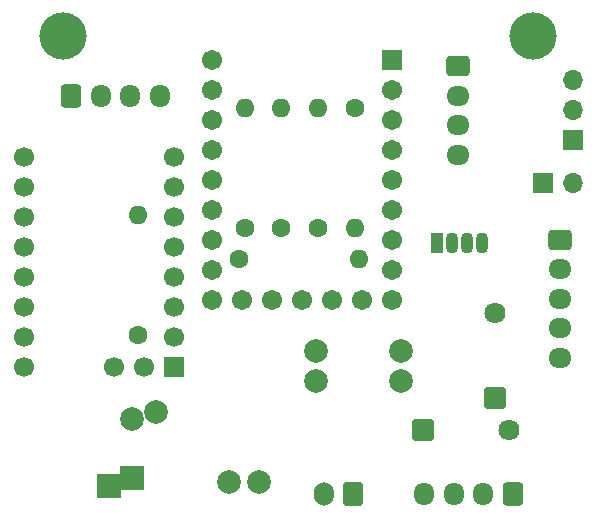
<source format=gbr>
%TF.GenerationSoftware,KiCad,Pcbnew,9.0.0*%
%TF.CreationDate,2025-05-04T10:31:08+10:00*%
%TF.ProjectId,A1_THB,41315f54-4842-42e6-9b69-6361645f7063,rev?*%
%TF.SameCoordinates,Original*%
%TF.FileFunction,Soldermask,Top*%
%TF.FilePolarity,Negative*%
%FSLAX46Y46*%
G04 Gerber Fmt 4.6, Leading zero omitted, Abs format (unit mm)*
G04 Created by KiCad (PCBNEW 9.0.0) date 2025-05-04 10:31:08*
%MOMM*%
%LPD*%
G01*
G04 APERTURE LIST*
G04 Aperture macros list*
%AMRoundRect*
0 Rectangle with rounded corners*
0 $1 Rounding radius*
0 $2 $3 $4 $5 $6 $7 $8 $9 X,Y pos of 4 corners*
0 Add a 4 corners polygon primitive as box body*
4,1,4,$2,$3,$4,$5,$6,$7,$8,$9,$2,$3,0*
0 Add four circle primitives for the rounded corners*
1,1,$1+$1,$2,$3*
1,1,$1+$1,$4,$5*
1,1,$1+$1,$6,$7*
1,1,$1+$1,$8,$9*
0 Add four rect primitives between the rounded corners*
20,1,$1+$1,$2,$3,$4,$5,0*
20,1,$1+$1,$4,$5,$6,$7,0*
20,1,$1+$1,$6,$7,$8,$9,0*
20,1,$1+$1,$8,$9,$2,$3,0*%
G04 Aperture macros list end*
%ADD10O,1.700000X2.000000*%
%ADD11RoundRect,0.250000X0.600000X0.750000X-0.600000X0.750000X-0.600000X-0.750000X0.600000X-0.750000X0*%
%ADD12RoundRect,0.250000X0.600000X0.725000X-0.600000X0.725000X-0.600000X-0.725000X0.600000X-0.725000X0*%
%ADD13O,1.700000X1.950000*%
%ADD14O,1.950000X1.700000*%
%ADD15RoundRect,0.250000X-0.725000X0.600000X-0.725000X-0.600000X0.725000X-0.600000X0.725000X0.600000X0*%
%ADD16C,1.712000*%
%ADD17RoundRect,0.102000X-0.754000X-0.754000X0.754000X-0.754000X0.754000X0.754000X-0.754000X0.754000X0*%
%ADD18C,4.000000*%
%ADD19C,1.600000*%
%ADD20O,1.600000X1.600000*%
%ADD21R,1.070000X1.800000*%
%ADD22O,1.070000X1.800000*%
%ADD23RoundRect,0.102000X0.795000X-0.795000X0.795000X0.795000X-0.795000X0.795000X-0.795000X-0.795000X0*%
%ADD24C,1.794000*%
%ADD25RoundRect,0.102000X-0.795000X-0.795000X0.795000X-0.795000X0.795000X0.795000X-0.795000X0.795000X0*%
%ADD26R,1.700000X1.700000*%
%ADD27O,1.700000X1.700000*%
%ADD28C,1.700000*%
%ADD29R,2.000000X2.000000*%
%ADD30C,2.000000*%
%ADD31RoundRect,0.250000X-0.600000X-0.725000X0.600000X-0.725000X0.600000X0.725000X-0.600000X0.725000X0*%
G04 APERTURE END LIST*
D10*
%TO.C,J1*%
X86900000Y-91000000D03*
D11*
X89400000Y-91000000D03*
%TD*%
D12*
%TO.C,J9*%
X102900000Y-91000000D03*
D13*
X100400000Y-91000000D03*
X97900000Y-91000000D03*
X95400000Y-91000000D03*
%TD*%
D14*
%TO.C,J8*%
X106900000Y-79500000D03*
X106900000Y-77000000D03*
X106900000Y-74500000D03*
X106900000Y-72000000D03*
D15*
X106900000Y-69500000D03*
%TD*%
D16*
%TO.C,RPZERO1*%
X77400000Y-54240000D03*
X77400000Y-56780000D03*
X77400000Y-59320000D03*
X77400000Y-61860000D03*
X77400000Y-64400000D03*
X77400000Y-66940000D03*
X77400000Y-69480000D03*
X77400000Y-72020000D03*
X77400000Y-74560000D03*
X79940000Y-74560000D03*
X82480000Y-74560000D03*
X85020000Y-74560000D03*
X87560000Y-74560000D03*
X90100000Y-74560000D03*
X92640000Y-74560000D03*
X92640000Y-72020000D03*
X92640000Y-69480000D03*
X92640000Y-66940000D03*
X92640000Y-64400000D03*
X92640000Y-61860000D03*
X92640000Y-59320000D03*
X92640000Y-56780000D03*
D17*
X92640000Y-54240000D03*
%TD*%
D18*
%TO.C,H2*%
X104600000Y-52250000D03*
%TD*%
%TO.C,H1*%
X64850000Y-52250000D03*
%TD*%
D19*
%TO.C,R3*%
X79720000Y-71100000D03*
D20*
X89880000Y-71100000D03*
%TD*%
D21*
%TO.C,D1*%
X96460000Y-69750000D03*
D22*
X97730000Y-69750000D03*
X99000000Y-69750000D03*
X100270000Y-69750000D03*
%TD*%
D23*
%TO.C,D3*%
X101400000Y-82880000D03*
D24*
X101425400Y-75668000D03*
%TD*%
D25*
%TO.C,D2*%
X95333500Y-85574600D03*
D24*
X102545500Y-85600000D03*
%TD*%
D26*
%TO.C,J3*%
X108000000Y-61000000D03*
D27*
X108000000Y-58460000D03*
X108000000Y-55920000D03*
%TD*%
D26*
%TO.C,M1*%
X74240707Y-80230000D03*
D28*
X74240707Y-77690000D03*
X74240707Y-75150000D03*
X74240707Y-72610000D03*
X74240707Y-70070000D03*
X74240707Y-67530000D03*
X74240707Y-64990000D03*
X74240707Y-62450000D03*
X61540707Y-62450000D03*
X61540707Y-64990000D03*
X61540707Y-67530000D03*
X61540707Y-70070000D03*
X61540707Y-72610000D03*
X61540707Y-75150000D03*
X61540707Y-77690000D03*
X61540707Y-80230000D03*
X71700707Y-80230000D03*
X69160707Y-80230000D03*
%TD*%
D26*
%TO.C,J4*%
X105500000Y-64650000D03*
D27*
X108040000Y-64650000D03*
%TD*%
D19*
%TO.C,R2*%
X86400000Y-68500000D03*
D20*
X86400000Y-58340000D03*
%TD*%
D19*
%TO.C,R6*%
X71150000Y-77580000D03*
D20*
X71150000Y-67420000D03*
%TD*%
D19*
%TO.C,R4*%
X83300000Y-68500000D03*
D20*
X83300000Y-58340000D03*
%TD*%
D29*
%TO.C,C2*%
X68700000Y-90372144D03*
X70700000Y-89700000D03*
D30*
X70700000Y-84700000D03*
X72700000Y-84027856D03*
%TD*%
%TO.C,J5*%
X81400707Y-90000000D03*
X78886107Y-90000000D03*
%TD*%
%TO.C,J6*%
X93400000Y-81414600D03*
X93400000Y-78900000D03*
%TD*%
D19*
%TO.C,R5*%
X80200000Y-68500000D03*
D20*
X80200000Y-58340000D03*
%TD*%
D15*
%TO.C,J2*%
X98300000Y-54800000D03*
D14*
X98300000Y-57300000D03*
X98300000Y-59800000D03*
X98300000Y-62300000D03*
%TD*%
D19*
%TO.C,R1*%
X89500000Y-58320000D03*
D20*
X89500000Y-68480000D03*
%TD*%
D31*
%TO.C,EXM1*%
X65500000Y-57300000D03*
D13*
X68000000Y-57300000D03*
X70500000Y-57300000D03*
X73000000Y-57300000D03*
%TD*%
D30*
%TO.C,J7*%
X86200000Y-78900000D03*
X86200000Y-81414600D03*
%TD*%
M02*

</source>
